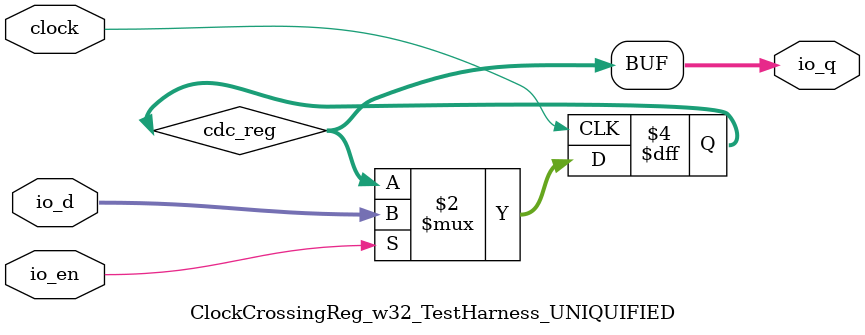
<source format=sv>

`ifndef RANDOMIZE
  `ifdef RANDOMIZE_REG_INIT
    `define RANDOMIZE
  `endif // RANDOMIZE_REG_INIT
`endif // not def RANDOMIZE
`ifndef SYNTHESIS
  `ifndef ENABLE_INITIAL_REG_
    `define ENABLE_INITIAL_REG_
  `endif // not def ENABLE_INITIAL_REG_
`endif // not def SYNTHESIS

// Standard header to adapt well known macros for register randomization.

// RANDOM may be set to an expression that produces a 32-bit random unsigned value.
`ifndef RANDOM
  `define RANDOM $random
`endif // not def RANDOM

// Users can define INIT_RANDOM as general code that gets injected into the
// initializer block for modules with registers.
`ifndef INIT_RANDOM
  `define INIT_RANDOM
`endif // not def INIT_RANDOM

// If using random initialization, you can also define RANDOMIZE_DELAY to
// customize the delay used, otherwise 0.002 is used.
`ifndef RANDOMIZE_DELAY
  `define RANDOMIZE_DELAY 0.002
`endif // not def RANDOMIZE_DELAY

// Define INIT_RANDOM_PROLOG_ for use in our modules below.
`ifndef INIT_RANDOM_PROLOG_
  `ifdef RANDOMIZE
    `ifdef VERILATOR
      `define INIT_RANDOM_PROLOG_ `INIT_RANDOM
    `else  // VERILATOR
      `define INIT_RANDOM_PROLOG_ `INIT_RANDOM #`RANDOMIZE_DELAY begin end
    `endif // VERILATOR
  `else  // RANDOMIZE
    `define INIT_RANDOM_PROLOG_
  `endif // RANDOMIZE
`endif // not def INIT_RANDOM_PROLOG_
module ClockCrossingReg_w32_TestHarness_UNIQUIFIED(	// @[generators/rocket-chip/src/main/scala/util/SynchronizerReg.scala:191:7]
  input         clock,	// @[generators/rocket-chip/src/main/scala/util/SynchronizerReg.scala:191:7]
  input  [31:0] io_d,	// @[generators/rocket-chip/src/main/scala/util/SynchronizerReg.scala:195:14]
  output [31:0] io_q,	// @[generators/rocket-chip/src/main/scala/util/SynchronizerReg.scala:195:14]
  input         io_en	// @[generators/rocket-chip/src/main/scala/util/SynchronizerReg.scala:195:14]
);

  reg [31:0] cdc_reg;	// @[generators/rocket-chip/src/main/scala/util/SynchronizerReg.scala:201:76]
  always @(posedge clock) begin	// @[generators/rocket-chip/src/main/scala/util/SynchronizerReg.scala:191:7]
    if (io_en)	// @[generators/rocket-chip/src/main/scala/util/SynchronizerReg.scala:195:14]
      cdc_reg <= io_d;	// @[generators/rocket-chip/src/main/scala/util/SynchronizerReg.scala:201:76]
  end // always @(posedge)
  `ifdef ENABLE_INITIAL_REG_	// @[generators/rocket-chip/src/main/scala/util/SynchronizerReg.scala:191:7]
    `ifdef FIRRTL_BEFORE_INITIAL	// @[generators/rocket-chip/src/main/scala/util/SynchronizerReg.scala:191:7]
      `FIRRTL_BEFORE_INITIAL	// @[generators/rocket-chip/src/main/scala/util/SynchronizerReg.scala:191:7]
    `endif // FIRRTL_BEFORE_INITIAL
    logic [31:0] _RANDOM[0:0];	// @[generators/rocket-chip/src/main/scala/util/SynchronizerReg.scala:191:7]
    initial begin	// @[generators/rocket-chip/src/main/scala/util/SynchronizerReg.scala:191:7]
      `ifdef INIT_RANDOM_PROLOG_	// @[generators/rocket-chip/src/main/scala/util/SynchronizerReg.scala:191:7]
        `INIT_RANDOM_PROLOG_	// @[generators/rocket-chip/src/main/scala/util/SynchronizerReg.scala:191:7]
      `endif // INIT_RANDOM_PROLOG_
      `ifdef RANDOMIZE_REG_INIT	// @[generators/rocket-chip/src/main/scala/util/SynchronizerReg.scala:191:7]
        _RANDOM[/*Zero width*/ 1'b0] = `RANDOM;	// @[generators/rocket-chip/src/main/scala/util/SynchronizerReg.scala:191:7]
        cdc_reg = _RANDOM[/*Zero width*/ 1'b0];	// @[generators/rocket-chip/src/main/scala/util/SynchronizerReg.scala:191:7, :201:76]
      `endif // RANDOMIZE_REG_INIT
    end // initial
    `ifdef FIRRTL_AFTER_INITIAL	// @[generators/rocket-chip/src/main/scala/util/SynchronizerReg.scala:191:7]
      `FIRRTL_AFTER_INITIAL	// @[generators/rocket-chip/src/main/scala/util/SynchronizerReg.scala:191:7]
    `endif // FIRRTL_AFTER_INITIAL
  `endif // ENABLE_INITIAL_REG_
  assign io_q = cdc_reg;	// @[generators/rocket-chip/src/main/scala/util/SynchronizerReg.scala:191:7, :201:76]
endmodule


</source>
